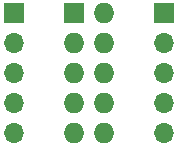
<source format=gtl>
%TF.GenerationSoftware,KiCad,Pcbnew,5.1.6-c6e7f7d~86~ubuntu18.04.1*%
%TF.CreationDate,2020-05-25T18:45:29+02:00*%
%TF.ProjectId,avr-isp-to-pcb-adapter,6176722d-6973-4702-9d74-6f2d7063622d,1.0*%
%TF.SameCoordinates,PX76b1be0PY53920b0*%
%TF.FileFunction,Copper,L1,Top*%
%TF.FilePolarity,Positive*%
%FSLAX46Y46*%
G04 Gerber Fmt 4.6, Leading zero omitted, Abs format (unit mm)*
G04 Created by KiCad (PCBNEW 5.1.6-c6e7f7d~86~ubuntu18.04.1) date 2020-05-25 18:45:29*
%MOMM*%
%LPD*%
G01*
G04 APERTURE LIST*
%TA.AperFunction,ComponentPad*%
%ADD10R,1.727200X1.727200*%
%TD*%
%TA.AperFunction,ComponentPad*%
%ADD11O,1.727200X1.727200*%
%TD*%
%TA.AperFunction,ComponentPad*%
%ADD12R,1.700000X1.700000*%
%TD*%
%TA.AperFunction,ComponentPad*%
%ADD13O,1.700000X1.700000*%
%TD*%
G04 APERTURE END LIST*
D10*
%TO.P,J1,1*%
%TO.N,/MOSI*%
X7620000Y16510000D03*
D11*
%TO.P,J1,2*%
%TO.N,/VCC*%
X10160000Y16510000D03*
%TO.P,J1,3*%
%TO.N,Net-(J1-Pad3)*%
X7620000Y13970000D03*
%TO.P,J1,4*%
%TO.N,/GND*%
X10160000Y13970000D03*
%TO.P,J1,5*%
%TO.N,/RST*%
X7620000Y11430000D03*
%TO.P,J1,6*%
%TO.N,/GND*%
X10160000Y11430000D03*
%TO.P,J1,7*%
%TO.N,/SCK*%
X7620000Y8890000D03*
%TO.P,J1,8*%
%TO.N,/GND*%
X10160000Y8890000D03*
%TO.P,J1,9*%
%TO.N,/MISO*%
X7620000Y6350000D03*
%TO.P,J1,10*%
%TO.N,/GND*%
X10160000Y6350000D03*
%TD*%
D12*
%TO.P,J2,1*%
%TO.N,/MOSI*%
X2540000Y16510000D03*
D13*
%TO.P,J2,2*%
%TO.N,Net-(J2-Pad2)*%
X2540000Y13970000D03*
%TO.P,J2,3*%
%TO.N,/RST*%
X2540000Y11430000D03*
%TO.P,J2,4*%
%TO.N,/SCK*%
X2540000Y8890000D03*
%TO.P,J2,5*%
%TO.N,/MISO*%
X2540000Y6350000D03*
%TD*%
%TO.P,J3,5*%
%TO.N,/GND*%
X15240000Y6350000D03*
%TO.P,J3,4*%
%TO.N,Net-(J3-Pad4)*%
X15240000Y8890000D03*
%TO.P,J3,3*%
%TO.N,Net-(J3-Pad3)*%
X15240000Y11430000D03*
%TO.P,J3,2*%
%TO.N,Net-(J3-Pad2)*%
X15240000Y13970000D03*
D12*
%TO.P,J3,1*%
%TO.N,/VCC*%
X15240000Y16510000D03*
%TD*%
M02*

</source>
